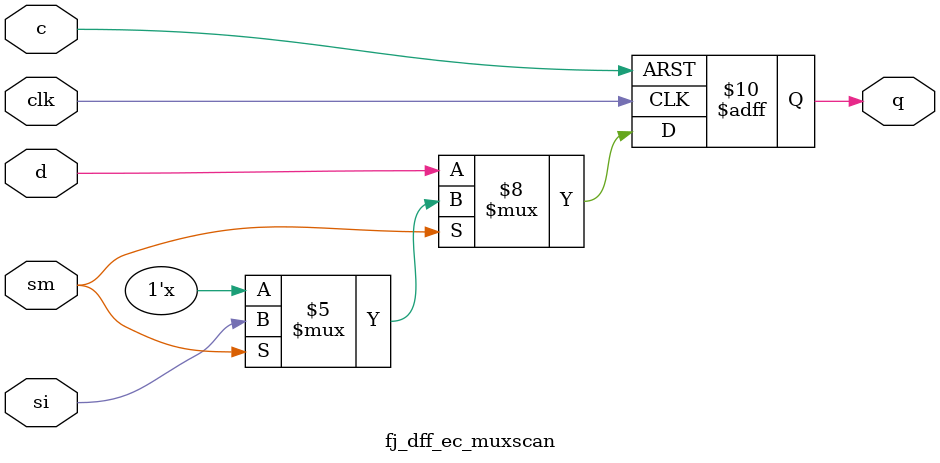
<source format=v>
module fj_dff_ec_muxscan(q, d, si, sm, clk, c);
output q; 
input  d, si, sm, clk, c;
       reg q;
        always @(posedge clk or posedge c) begin
		if (c)
		  	q <= #1 1'b0;	
                else if (sm==1'b0) 
		  	q <= #1 d;
                else if (sm==1'b1)
		  	q <= #1 si;
                else    q <= #1 1'bx;
        end
endmodule
</source>
